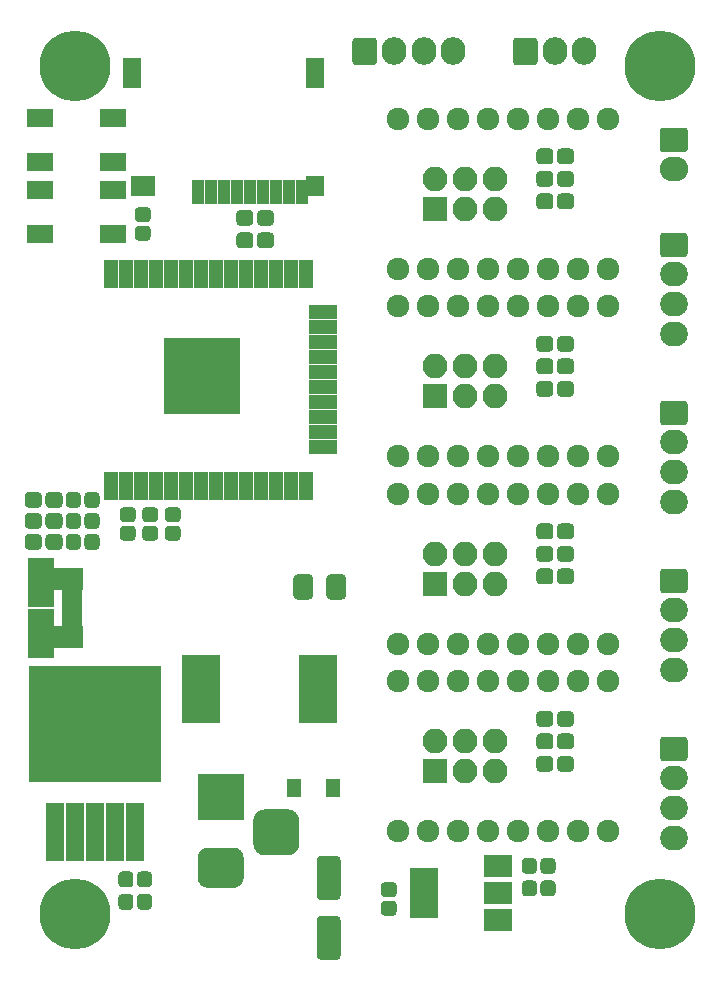
<source format=gbr>
G04 #@! TF.GenerationSoftware,KiCad,Pcbnew,5.1.6*
G04 #@! TF.CreationDate,2020-07-21T22:46:31+02:00*
G04 #@! TF.ProjectId,esp32_stepper_driver,65737033-325f-4737-9465-707065725f64,rev?*
G04 #@! TF.SameCoordinates,Original*
G04 #@! TF.FileFunction,Soldermask,Top*
G04 #@! TF.FilePolarity,Negative*
%FSLAX46Y46*%
G04 Gerber Fmt 4.6, Leading zero omitted, Abs format (unit mm)*
G04 Created by KiCad (PCBNEW 5.1.6) date 2020-07-21 22:46:31*
%MOMM*%
%LPD*%
G01*
G04 APERTURE LIST*
%ADD10R,1.100000X2.000000*%
%ADD11R,1.600000X1.800000*%
%ADD12R,2.000000X1.800000*%
%ADD13R,1.600000X2.600000*%
%ADD14O,2.100000X2.100000*%
%ADD15R,2.100000X2.100000*%
%ADD16O,2.350000X2.100000*%
%ADD17R,11.200000X9.800000*%
%ADD18R,1.500000X5.000000*%
%ADD19R,2.400000X1.900000*%
%ADD20R,2.400000X4.200000*%
%ADD21R,2.200000X1.500000*%
%ADD22C,6.000000*%
%ADD23R,6.400000X6.400000*%
%ADD24R,2.400000X1.300000*%
%ADD25R,1.300000X2.400000*%
%ADD26R,3.300000X5.800000*%
%ADD27O,2.400000X2.100000*%
%ADD28O,2.100000X2.350000*%
%ADD29R,3.900000X3.900000*%
%ADD30R,2.300000X1.575000*%
%ADD31R,2.300000X2.775000*%
%ADD32R,2.500000X1.875000*%
%ADD33R,1.780000X0.850000*%
%ADD34R,1.300000X1.600000*%
%ADD35C,1.924000*%
G04 APERTURE END LIST*
D10*
X152908000Y-84922000D03*
X151808000Y-84922000D03*
X150708000Y-84922000D03*
X154008000Y-84922000D03*
X155108000Y-84922000D03*
X156208000Y-84922000D03*
X158408000Y-84922000D03*
X157308000Y-84922000D03*
X159508000Y-84922000D03*
D11*
X160658000Y-84422000D03*
D12*
X146058000Y-84422000D03*
D13*
X160658000Y-74822000D03*
X145158000Y-74822000D03*
D14*
X175895000Y-83820000D03*
X175895000Y-86360000D03*
X173355000Y-83820000D03*
X173355000Y-86360000D03*
X170815000Y-83820000D03*
D15*
X170815000Y-86360000D03*
D14*
X175895000Y-99695000D03*
X175895000Y-102235000D03*
X173355000Y-99695000D03*
X173355000Y-102235000D03*
X170815000Y-99695000D03*
D15*
X170815000Y-102235000D03*
D14*
X175895000Y-115570000D03*
X175895000Y-118110000D03*
X173355000Y-115570000D03*
X173355000Y-118110000D03*
X170815000Y-115570000D03*
D15*
X170815000Y-118110000D03*
D14*
X175895000Y-131445000D03*
X175895000Y-133985000D03*
X173355000Y-131445000D03*
X173355000Y-133985000D03*
X170815000Y-131445000D03*
D15*
X170815000Y-133985000D03*
D16*
X191008000Y-96908000D03*
X191008000Y-94408000D03*
X191008000Y-91908000D03*
G36*
G01*
X190141823Y-88358000D02*
X191874177Y-88358000D01*
G75*
G02*
X192183000Y-88666823I0J-308823D01*
G01*
X192183000Y-90149177D01*
G75*
G02*
X191874177Y-90458000I-308823J0D01*
G01*
X190141823Y-90458000D01*
G75*
G02*
X189833000Y-90149177I0J308823D01*
G01*
X189833000Y-88666823D01*
G75*
G02*
X190141823Y-88358000I308823J0D01*
G01*
G37*
X191008000Y-125356000D03*
X191008000Y-122856000D03*
X191008000Y-120356000D03*
G36*
G01*
X190141823Y-116806000D02*
X191874177Y-116806000D01*
G75*
G02*
X192183000Y-117114823I0J-308823D01*
G01*
X192183000Y-118597177D01*
G75*
G02*
X191874177Y-118906000I-308823J0D01*
G01*
X190141823Y-118906000D01*
G75*
G02*
X189833000Y-118597177I0J308823D01*
G01*
X189833000Y-117114823D01*
G75*
G02*
X190141823Y-116806000I308823J0D01*
G01*
G37*
D17*
X141986000Y-129975000D03*
D18*
X145386000Y-139125000D03*
X143686000Y-139125000D03*
X141986000Y-139125000D03*
X140286000Y-139125000D03*
X138586000Y-139125000D03*
D19*
X176124000Y-146572000D03*
X176124000Y-141972000D03*
X176124000Y-144272000D03*
D20*
X169824000Y-144272000D03*
D21*
X143562000Y-88464000D03*
X137362000Y-88464000D03*
X143562000Y-84764000D03*
X137362000Y-84764000D03*
X143562000Y-82368000D03*
X137362000Y-82368000D03*
X143562000Y-78668000D03*
X137362000Y-78668000D03*
G36*
G01*
X181125000Y-86062500D02*
X181125000Y-85387500D01*
G75*
G02*
X181462500Y-85050000I337500J0D01*
G01*
X182237500Y-85050000D01*
G75*
G02*
X182575000Y-85387500I0J-337500D01*
G01*
X182575000Y-86062500D01*
G75*
G02*
X182237500Y-86400000I-337500J0D01*
G01*
X181462500Y-86400000D01*
G75*
G02*
X181125000Y-86062500I0J337500D01*
G01*
G37*
G36*
G01*
X179375000Y-86062500D02*
X179375000Y-85387500D01*
G75*
G02*
X179712500Y-85050000I337500J0D01*
G01*
X180487500Y-85050000D01*
G75*
G02*
X180825000Y-85387500I0J-337500D01*
G01*
X180825000Y-86062500D01*
G75*
G02*
X180487500Y-86400000I-337500J0D01*
G01*
X179712500Y-86400000D01*
G75*
G02*
X179375000Y-86062500I0J337500D01*
G01*
G37*
G36*
G01*
X155725000Y-87459500D02*
X155725000Y-86784500D01*
G75*
G02*
X156062500Y-86447000I337500J0D01*
G01*
X156837500Y-86447000D01*
G75*
G02*
X157175000Y-86784500I0J-337500D01*
G01*
X157175000Y-87459500D01*
G75*
G02*
X156837500Y-87797000I-337500J0D01*
G01*
X156062500Y-87797000D01*
G75*
G02*
X155725000Y-87459500I0J337500D01*
G01*
G37*
G36*
G01*
X153975000Y-87459500D02*
X153975000Y-86784500D01*
G75*
G02*
X154312500Y-86447000I337500J0D01*
G01*
X155087500Y-86447000D01*
G75*
G02*
X155425000Y-86784500I0J-337500D01*
G01*
X155425000Y-87459500D01*
G75*
G02*
X155087500Y-87797000I-337500J0D01*
G01*
X154312500Y-87797000D01*
G75*
G02*
X153975000Y-87459500I0J337500D01*
G01*
G37*
G36*
G01*
X181125000Y-84157500D02*
X181125000Y-83482500D01*
G75*
G02*
X181462500Y-83145000I337500J0D01*
G01*
X182237500Y-83145000D01*
G75*
G02*
X182575000Y-83482500I0J-337500D01*
G01*
X182575000Y-84157500D01*
G75*
G02*
X182237500Y-84495000I-337500J0D01*
G01*
X181462500Y-84495000D01*
G75*
G02*
X181125000Y-84157500I0J337500D01*
G01*
G37*
G36*
G01*
X179375000Y-84157500D02*
X179375000Y-83482500D01*
G75*
G02*
X179712500Y-83145000I337500J0D01*
G01*
X180487500Y-83145000D01*
G75*
G02*
X180825000Y-83482500I0J-337500D01*
G01*
X180825000Y-84157500D01*
G75*
G02*
X180487500Y-84495000I-337500J0D01*
G01*
X179712500Y-84495000D01*
G75*
G02*
X179375000Y-84157500I0J337500D01*
G01*
G37*
G36*
G01*
X181125000Y-101937500D02*
X181125000Y-101262500D01*
G75*
G02*
X181462500Y-100925000I337500J0D01*
G01*
X182237500Y-100925000D01*
G75*
G02*
X182575000Y-101262500I0J-337500D01*
G01*
X182575000Y-101937500D01*
G75*
G02*
X182237500Y-102275000I-337500J0D01*
G01*
X181462500Y-102275000D01*
G75*
G02*
X181125000Y-101937500I0J337500D01*
G01*
G37*
G36*
G01*
X179375000Y-101937500D02*
X179375000Y-101262500D01*
G75*
G02*
X179712500Y-100925000I337500J0D01*
G01*
X180487500Y-100925000D01*
G75*
G02*
X180825000Y-101262500I0J-337500D01*
G01*
X180825000Y-101937500D01*
G75*
G02*
X180487500Y-102275000I-337500J0D01*
G01*
X179712500Y-102275000D01*
G75*
G02*
X179375000Y-101937500I0J337500D01*
G01*
G37*
G36*
G01*
X181125000Y-98127500D02*
X181125000Y-97452500D01*
G75*
G02*
X181462500Y-97115000I337500J0D01*
G01*
X182237500Y-97115000D01*
G75*
G02*
X182575000Y-97452500I0J-337500D01*
G01*
X182575000Y-98127500D01*
G75*
G02*
X182237500Y-98465000I-337500J0D01*
G01*
X181462500Y-98465000D01*
G75*
G02*
X181125000Y-98127500I0J337500D01*
G01*
G37*
G36*
G01*
X179375000Y-98127500D02*
X179375000Y-97452500D01*
G75*
G02*
X179712500Y-97115000I337500J0D01*
G01*
X180487500Y-97115000D01*
G75*
G02*
X180825000Y-97452500I0J-337500D01*
G01*
X180825000Y-98127500D01*
G75*
G02*
X180487500Y-98465000I-337500J0D01*
G01*
X179712500Y-98465000D01*
G75*
G02*
X179375000Y-98127500I0J337500D01*
G01*
G37*
G36*
G01*
X140820000Y-114197750D02*
X140820000Y-114910250D01*
G75*
G02*
X140501250Y-115229000I-318750J0D01*
G01*
X139863750Y-115229000D01*
G75*
G02*
X139545000Y-114910250I0J318750D01*
G01*
X139545000Y-114197750D01*
G75*
G02*
X139863750Y-113879000I318750J0D01*
G01*
X140501250Y-113879000D01*
G75*
G02*
X140820000Y-114197750I0J-318750D01*
G01*
G37*
G36*
G01*
X142395000Y-114197750D02*
X142395000Y-114910250D01*
G75*
G02*
X142076250Y-115229000I-318750J0D01*
G01*
X141438750Y-115229000D01*
G75*
G02*
X141120000Y-114910250I0J318750D01*
G01*
X141120000Y-114197750D01*
G75*
G02*
X141438750Y-113879000I318750J0D01*
G01*
X142076250Y-113879000D01*
G75*
G02*
X142395000Y-114197750I0J-318750D01*
G01*
G37*
G36*
G01*
X145693750Y-87780000D02*
X146406250Y-87780000D01*
G75*
G02*
X146725000Y-88098750I0J-318750D01*
G01*
X146725000Y-88736250D01*
G75*
G02*
X146406250Y-89055000I-318750J0D01*
G01*
X145693750Y-89055000D01*
G75*
G02*
X145375000Y-88736250I0J318750D01*
G01*
X145375000Y-88098750D01*
G75*
G02*
X145693750Y-87780000I318750J0D01*
G01*
G37*
G36*
G01*
X145693750Y-86205000D02*
X146406250Y-86205000D01*
G75*
G02*
X146725000Y-86523750I0J-318750D01*
G01*
X146725000Y-87161250D01*
G75*
G02*
X146406250Y-87480000I-318750J0D01*
G01*
X145693750Y-87480000D01*
G75*
G02*
X145375000Y-87161250I0J318750D01*
G01*
X145375000Y-86523750D01*
G75*
G02*
X145693750Y-86205000I318750J0D01*
G01*
G37*
G36*
G01*
X140820000Y-112419750D02*
X140820000Y-113132250D01*
G75*
G02*
X140501250Y-113451000I-318750J0D01*
G01*
X139863750Y-113451000D01*
G75*
G02*
X139545000Y-113132250I0J318750D01*
G01*
X139545000Y-112419750D01*
G75*
G02*
X139863750Y-112101000I318750J0D01*
G01*
X140501250Y-112101000D01*
G75*
G02*
X140820000Y-112419750I0J-318750D01*
G01*
G37*
G36*
G01*
X142395000Y-112419750D02*
X142395000Y-113132250D01*
G75*
G02*
X142076250Y-113451000I-318750J0D01*
G01*
X141438750Y-113451000D01*
G75*
G02*
X141120000Y-113132250I0J318750D01*
G01*
X141120000Y-112419750D01*
G75*
G02*
X141438750Y-112101000I318750J0D01*
G01*
X142076250Y-112101000D01*
G75*
G02*
X142395000Y-112419750I0J-318750D01*
G01*
G37*
G36*
G01*
X141120000Y-111354250D02*
X141120000Y-110641750D01*
G75*
G02*
X141438750Y-110323000I318750J0D01*
G01*
X142076250Y-110323000D01*
G75*
G02*
X142395000Y-110641750I0J-318750D01*
G01*
X142395000Y-111354250D01*
G75*
G02*
X142076250Y-111673000I-318750J0D01*
G01*
X141438750Y-111673000D01*
G75*
G02*
X141120000Y-111354250I0J318750D01*
G01*
G37*
G36*
G01*
X139545000Y-111354250D02*
X139545000Y-110641750D01*
G75*
G02*
X139863750Y-110323000I318750J0D01*
G01*
X140501250Y-110323000D01*
G75*
G02*
X140820000Y-110641750I0J-318750D01*
G01*
X140820000Y-111354250D01*
G75*
G02*
X140501250Y-111673000I-318750J0D01*
G01*
X139863750Y-111673000D01*
G75*
G02*
X139545000Y-111354250I0J318750D01*
G01*
G37*
G36*
G01*
X181125000Y-133687500D02*
X181125000Y-133012500D01*
G75*
G02*
X181462500Y-132675000I337500J0D01*
G01*
X182237500Y-132675000D01*
G75*
G02*
X182575000Y-133012500I0J-337500D01*
G01*
X182575000Y-133687500D01*
G75*
G02*
X182237500Y-134025000I-337500J0D01*
G01*
X181462500Y-134025000D01*
G75*
G02*
X181125000Y-133687500I0J337500D01*
G01*
G37*
G36*
G01*
X179375000Y-133687500D02*
X179375000Y-133012500D01*
G75*
G02*
X179712500Y-132675000I337500J0D01*
G01*
X180487500Y-132675000D01*
G75*
G02*
X180825000Y-133012500I0J-337500D01*
G01*
X180825000Y-133687500D01*
G75*
G02*
X180487500Y-134025000I-337500J0D01*
G01*
X179712500Y-134025000D01*
G75*
G02*
X179375000Y-133687500I0J337500D01*
G01*
G37*
G36*
G01*
X181125000Y-131782500D02*
X181125000Y-131107500D01*
G75*
G02*
X181462500Y-130770000I337500J0D01*
G01*
X182237500Y-130770000D01*
G75*
G02*
X182575000Y-131107500I0J-337500D01*
G01*
X182575000Y-131782500D01*
G75*
G02*
X182237500Y-132120000I-337500J0D01*
G01*
X181462500Y-132120000D01*
G75*
G02*
X181125000Y-131782500I0J337500D01*
G01*
G37*
G36*
G01*
X179375000Y-131782500D02*
X179375000Y-131107500D01*
G75*
G02*
X179712500Y-130770000I337500J0D01*
G01*
X180487500Y-130770000D01*
G75*
G02*
X180825000Y-131107500I0J-337500D01*
G01*
X180825000Y-131782500D01*
G75*
G02*
X180487500Y-132120000I-337500J0D01*
G01*
X179712500Y-132120000D01*
G75*
G02*
X179375000Y-131782500I0J337500D01*
G01*
G37*
D22*
X189865000Y-146050000D03*
X140335000Y-146050000D03*
X189865000Y-74295000D03*
X140335000Y-74295000D03*
D23*
X151040000Y-100538000D03*
D24*
X161340000Y-95123000D03*
X161340000Y-96393000D03*
X161340000Y-97663000D03*
X161340000Y-98933000D03*
X161340000Y-100203000D03*
X161340000Y-101473000D03*
X161340000Y-102743000D03*
X161340000Y-104013000D03*
X161340000Y-105268000D03*
X161340000Y-106553000D03*
D25*
X144610000Y-91838000D03*
X145880000Y-91838000D03*
X147150000Y-91838000D03*
X148420000Y-91838000D03*
X149690000Y-91838000D03*
X150960000Y-91838000D03*
X152230000Y-91838000D03*
X153500000Y-91838000D03*
X154770000Y-91838000D03*
X156040000Y-91838000D03*
X157310000Y-91838000D03*
X158580000Y-91838000D03*
X159850000Y-91838000D03*
X143340000Y-91838000D03*
X159850000Y-109838000D03*
X158580000Y-109838000D03*
X157310000Y-109838000D03*
X156040000Y-109838000D03*
X154770000Y-109838000D03*
X153500000Y-109838000D03*
X152230000Y-109838000D03*
X150960000Y-109838000D03*
X149690000Y-109838000D03*
X148420000Y-109838000D03*
X147150000Y-109838000D03*
X145880000Y-109838000D03*
X144610000Y-109838000D03*
X143340000Y-109838000D03*
D26*
X160906000Y-127000000D03*
X151006000Y-127000000D03*
D16*
X191008000Y-111132000D03*
X191008000Y-108632000D03*
X191008000Y-106132000D03*
G36*
G01*
X190141823Y-102582000D02*
X191874177Y-102582000D01*
G75*
G02*
X192183000Y-102890823I0J-308823D01*
G01*
X192183000Y-104373177D01*
G75*
G02*
X191874177Y-104682000I-308823J0D01*
G01*
X190141823Y-104682000D01*
G75*
G02*
X189833000Y-104373177I0J308823D01*
G01*
X189833000Y-102890823D01*
G75*
G02*
X190141823Y-102582000I308823J0D01*
G01*
G37*
D27*
X191008000Y-83018000D03*
G36*
G01*
X190116823Y-79468000D02*
X191899177Y-79468000D01*
G75*
G02*
X192208000Y-79776823I0J-308823D01*
G01*
X192208000Y-81259177D01*
G75*
G02*
X191899177Y-81568000I-308823J0D01*
G01*
X190116823Y-81568000D01*
G75*
G02*
X189808000Y-81259177I0J308823D01*
G01*
X189808000Y-79776823D01*
G75*
G02*
X190116823Y-79468000I308823J0D01*
G01*
G37*
D28*
X183435000Y-73025000D03*
X180935000Y-73025000D03*
G36*
G01*
X177385000Y-73891177D02*
X177385000Y-72158823D01*
G75*
G02*
X177693823Y-71850000I308823J0D01*
G01*
X179176177Y-71850000D01*
G75*
G02*
X179485000Y-72158823I0J-308823D01*
G01*
X179485000Y-73891177D01*
G75*
G02*
X179176177Y-74200000I-308823J0D01*
G01*
X177693823Y-74200000D01*
G75*
G02*
X177385000Y-73891177I0J308823D01*
G01*
G37*
X172346000Y-73025000D03*
X169846000Y-73025000D03*
X167346000Y-73025000D03*
G36*
G01*
X163796000Y-73891177D02*
X163796000Y-72158823D01*
G75*
G02*
X164104823Y-71850000I308823J0D01*
G01*
X165587177Y-71850000D01*
G75*
G02*
X165896000Y-72158823I0J-308823D01*
G01*
X165896000Y-73891177D01*
G75*
G02*
X165587177Y-74200000I-308823J0D01*
G01*
X164104823Y-74200000D01*
G75*
G02*
X163796000Y-73891177I0J308823D01*
G01*
G37*
D16*
X191008000Y-139580000D03*
X191008000Y-137080000D03*
X191008000Y-134580000D03*
G36*
G01*
X190141823Y-131030000D02*
X191874177Y-131030000D01*
G75*
G02*
X192183000Y-131338823I0J-308823D01*
G01*
X192183000Y-132821177D01*
G75*
G02*
X191874177Y-133130000I-308823J0D01*
G01*
X190141823Y-133130000D01*
G75*
G02*
X189833000Y-132821177I0J308823D01*
G01*
X189833000Y-131338823D01*
G75*
G02*
X190141823Y-131030000I308823J0D01*
G01*
G37*
G36*
G01*
X158329000Y-141094000D02*
X156379000Y-141094000D01*
G75*
G02*
X155404000Y-140119000I0J975000D01*
G01*
X155404000Y-138169000D01*
G75*
G02*
X156379000Y-137194000I975000J0D01*
G01*
X158329000Y-137194000D01*
G75*
G02*
X159304000Y-138169000I0J-975000D01*
G01*
X159304000Y-140119000D01*
G75*
G02*
X158329000Y-141094000I-975000J0D01*
G01*
G37*
G36*
G01*
X153754000Y-143844000D02*
X151554000Y-143844000D01*
G75*
G02*
X150704000Y-142994000I0J850000D01*
G01*
X150704000Y-141294000D01*
G75*
G02*
X151554000Y-140444000I850000J0D01*
G01*
X153754000Y-140444000D01*
G75*
G02*
X154604000Y-141294000I0J-850000D01*
G01*
X154604000Y-142994000D01*
G75*
G02*
X153754000Y-143844000I-850000J0D01*
G01*
G37*
D29*
X152654000Y-136144000D03*
D30*
X137400000Y-120982000D03*
X137400000Y-119302000D03*
D31*
X137400000Y-123052000D03*
X137400000Y-117232000D03*
D32*
X139700000Y-122604500D03*
X139700000Y-117679500D03*
D33*
X140060000Y-121442000D03*
X140060000Y-120792000D03*
X140060000Y-120142000D03*
X140060000Y-119492000D03*
X140060000Y-118842000D03*
D34*
X162178000Y-135382000D03*
X158878000Y-135382000D03*
G36*
G01*
X137818000Y-114891500D02*
X137818000Y-114216500D01*
G75*
G02*
X138155500Y-113879000I337500J0D01*
G01*
X138930500Y-113879000D01*
G75*
G02*
X139268000Y-114216500I0J-337500D01*
G01*
X139268000Y-114891500D01*
G75*
G02*
X138930500Y-115229000I-337500J0D01*
G01*
X138155500Y-115229000D01*
G75*
G02*
X137818000Y-114891500I0J337500D01*
G01*
G37*
G36*
G01*
X136068000Y-114891500D02*
X136068000Y-114216500D01*
G75*
G02*
X136405500Y-113879000I337500J0D01*
G01*
X137180500Y-113879000D01*
G75*
G02*
X137518000Y-114216500I0J-337500D01*
G01*
X137518000Y-114891500D01*
G75*
G02*
X137180500Y-115229000I-337500J0D01*
G01*
X136405500Y-115229000D01*
G75*
G02*
X136068000Y-114891500I0J337500D01*
G01*
G37*
G36*
G01*
X137518000Y-112438500D02*
X137518000Y-113113500D01*
G75*
G02*
X137180500Y-113451000I-337500J0D01*
G01*
X136405500Y-113451000D01*
G75*
G02*
X136068000Y-113113500I0J337500D01*
G01*
X136068000Y-112438500D01*
G75*
G02*
X136405500Y-112101000I337500J0D01*
G01*
X137180500Y-112101000D01*
G75*
G02*
X137518000Y-112438500I0J-337500D01*
G01*
G37*
G36*
G01*
X139268000Y-112438500D02*
X139268000Y-113113500D01*
G75*
G02*
X138930500Y-113451000I-337500J0D01*
G01*
X138155500Y-113451000D01*
G75*
G02*
X137818000Y-113113500I0J337500D01*
G01*
X137818000Y-112438500D01*
G75*
G02*
X138155500Y-112101000I337500J0D01*
G01*
X138930500Y-112101000D01*
G75*
G02*
X139268000Y-112438500I0J-337500D01*
G01*
G37*
G36*
G01*
X137518000Y-110660500D02*
X137518000Y-111335500D01*
G75*
G02*
X137180500Y-111673000I-337500J0D01*
G01*
X136405500Y-111673000D01*
G75*
G02*
X136068000Y-111335500I0J337500D01*
G01*
X136068000Y-110660500D01*
G75*
G02*
X136405500Y-110323000I337500J0D01*
G01*
X137180500Y-110323000D01*
G75*
G02*
X137518000Y-110660500I0J-337500D01*
G01*
G37*
G36*
G01*
X139268000Y-110660500D02*
X139268000Y-111335500D01*
G75*
G02*
X138930500Y-111673000I-337500J0D01*
G01*
X138155500Y-111673000D01*
G75*
G02*
X137818000Y-111335500I0J337500D01*
G01*
X137818000Y-110660500D01*
G75*
G02*
X138155500Y-110323000I337500J0D01*
G01*
X138930500Y-110323000D01*
G75*
G02*
X139268000Y-110660500I0J-337500D01*
G01*
G37*
G36*
G01*
X161110500Y-146217000D02*
X162485500Y-146217000D01*
G75*
G02*
X162798000Y-146529500I0J-312500D01*
G01*
X162798000Y-149629500D01*
G75*
G02*
X162485500Y-149942000I-312500J0D01*
G01*
X161110500Y-149942000D01*
G75*
G02*
X160798000Y-149629500I0J312500D01*
G01*
X160798000Y-146529500D01*
G75*
G02*
X161110500Y-146217000I312500J0D01*
G01*
G37*
G36*
G01*
X161110500Y-141142000D02*
X162485500Y-141142000D01*
G75*
G02*
X162798000Y-141454500I0J-312500D01*
G01*
X162798000Y-144554500D01*
G75*
G02*
X162485500Y-144867000I-312500J0D01*
G01*
X161110500Y-144867000D01*
G75*
G02*
X160798000Y-144554500I0J312500D01*
G01*
X160798000Y-141454500D01*
G75*
G02*
X161110500Y-141142000I312500J0D01*
G01*
G37*
G36*
G01*
X166521750Y-144930000D02*
X167234250Y-144930000D01*
G75*
G02*
X167553000Y-145248750I0J-318750D01*
G01*
X167553000Y-145886250D01*
G75*
G02*
X167234250Y-146205000I-318750J0D01*
G01*
X166521750Y-146205000D01*
G75*
G02*
X166203000Y-145886250I0J318750D01*
G01*
X166203000Y-145248750D01*
G75*
G02*
X166521750Y-144930000I318750J0D01*
G01*
G37*
G36*
G01*
X166521750Y-143355000D02*
X167234250Y-143355000D01*
G75*
G02*
X167553000Y-143673750I0J-318750D01*
G01*
X167553000Y-144311250D01*
G75*
G02*
X167234250Y-144630000I-318750J0D01*
G01*
X166521750Y-144630000D01*
G75*
G02*
X166203000Y-144311250I0J318750D01*
G01*
X166203000Y-143673750D01*
G75*
G02*
X166521750Y-143355000I318750J0D01*
G01*
G37*
G36*
G01*
X145565000Y-145390250D02*
X145565000Y-144677750D01*
G75*
G02*
X145883750Y-144359000I318750J0D01*
G01*
X146521250Y-144359000D01*
G75*
G02*
X146840000Y-144677750I0J-318750D01*
G01*
X146840000Y-145390250D01*
G75*
G02*
X146521250Y-145709000I-318750J0D01*
G01*
X145883750Y-145709000D01*
G75*
G02*
X145565000Y-145390250I0J318750D01*
G01*
G37*
G36*
G01*
X143990000Y-145390250D02*
X143990000Y-144677750D01*
G75*
G02*
X144308750Y-144359000I318750J0D01*
G01*
X144946250Y-144359000D01*
G75*
G02*
X145265000Y-144677750I0J-318750D01*
G01*
X145265000Y-145390250D01*
G75*
G02*
X144946250Y-145709000I-318750J0D01*
G01*
X144308750Y-145709000D01*
G75*
G02*
X143990000Y-145390250I0J318750D01*
G01*
G37*
G36*
G01*
X145565000Y-143485250D02*
X145565000Y-142772750D01*
G75*
G02*
X145883750Y-142454000I318750J0D01*
G01*
X146521250Y-142454000D01*
G75*
G02*
X146840000Y-142772750I0J-318750D01*
G01*
X146840000Y-143485250D01*
G75*
G02*
X146521250Y-143804000I-318750J0D01*
G01*
X145883750Y-143804000D01*
G75*
G02*
X145565000Y-143485250I0J318750D01*
G01*
G37*
G36*
G01*
X143990000Y-143485250D02*
X143990000Y-142772750D01*
G75*
G02*
X144308750Y-142454000I318750J0D01*
G01*
X144946250Y-142454000D01*
G75*
G02*
X145265000Y-142772750I0J-318750D01*
G01*
X145265000Y-143485250D01*
G75*
G02*
X144946250Y-143804000I-318750J0D01*
G01*
X144308750Y-143804000D01*
G75*
G02*
X143990000Y-143485250I0J318750D01*
G01*
G37*
G36*
G01*
X155725000Y-89364500D02*
X155725000Y-88689500D01*
G75*
G02*
X156062500Y-88352000I337500J0D01*
G01*
X156837500Y-88352000D01*
G75*
G02*
X157175000Y-88689500I0J-337500D01*
G01*
X157175000Y-89364500D01*
G75*
G02*
X156837500Y-89702000I-337500J0D01*
G01*
X156062500Y-89702000D01*
G75*
G02*
X155725000Y-89364500I0J337500D01*
G01*
G37*
G36*
G01*
X153975000Y-89364500D02*
X153975000Y-88689500D01*
G75*
G02*
X154312500Y-88352000I337500J0D01*
G01*
X155087500Y-88352000D01*
G75*
G02*
X155425000Y-88689500I0J-337500D01*
G01*
X155425000Y-89364500D01*
G75*
G02*
X155087500Y-89702000I-337500J0D01*
G01*
X154312500Y-89702000D01*
G75*
G02*
X153975000Y-89364500I0J337500D01*
G01*
G37*
G36*
G01*
X148233750Y-113180000D02*
X148946250Y-113180000D01*
G75*
G02*
X149265000Y-113498750I0J-318750D01*
G01*
X149265000Y-114136250D01*
G75*
G02*
X148946250Y-114455000I-318750J0D01*
G01*
X148233750Y-114455000D01*
G75*
G02*
X147915000Y-114136250I0J318750D01*
G01*
X147915000Y-113498750D01*
G75*
G02*
X148233750Y-113180000I318750J0D01*
G01*
G37*
G36*
G01*
X148233750Y-111605000D02*
X148946250Y-111605000D01*
G75*
G02*
X149265000Y-111923750I0J-318750D01*
G01*
X149265000Y-112561250D01*
G75*
G02*
X148946250Y-112880000I-318750J0D01*
G01*
X148233750Y-112880000D01*
G75*
G02*
X147915000Y-112561250I0J318750D01*
G01*
X147915000Y-111923750D01*
G75*
G02*
X148233750Y-111605000I318750J0D01*
G01*
G37*
G36*
G01*
X146328750Y-113180000D02*
X147041250Y-113180000D01*
G75*
G02*
X147360000Y-113498750I0J-318750D01*
G01*
X147360000Y-114136250D01*
G75*
G02*
X147041250Y-114455000I-318750J0D01*
G01*
X146328750Y-114455000D01*
G75*
G02*
X146010000Y-114136250I0J318750D01*
G01*
X146010000Y-113498750D01*
G75*
G02*
X146328750Y-113180000I318750J0D01*
G01*
G37*
G36*
G01*
X146328750Y-111605000D02*
X147041250Y-111605000D01*
G75*
G02*
X147360000Y-111923750I0J-318750D01*
G01*
X147360000Y-112561250D01*
G75*
G02*
X147041250Y-112880000I-318750J0D01*
G01*
X146328750Y-112880000D01*
G75*
G02*
X146010000Y-112561250I0J318750D01*
G01*
X146010000Y-111923750D01*
G75*
G02*
X146328750Y-111605000I318750J0D01*
G01*
G37*
G36*
G01*
X144423750Y-113180000D02*
X145136250Y-113180000D01*
G75*
G02*
X145455000Y-113498750I0J-318750D01*
G01*
X145455000Y-114136250D01*
G75*
G02*
X145136250Y-114455000I-318750J0D01*
G01*
X144423750Y-114455000D01*
G75*
G02*
X144105000Y-114136250I0J318750D01*
G01*
X144105000Y-113498750D01*
G75*
G02*
X144423750Y-113180000I318750J0D01*
G01*
G37*
G36*
G01*
X144423750Y-111605000D02*
X145136250Y-111605000D01*
G75*
G02*
X145455000Y-111923750I0J-318750D01*
G01*
X145455000Y-112561250D01*
G75*
G02*
X145136250Y-112880000I-318750J0D01*
G01*
X144423750Y-112880000D01*
G75*
G02*
X144105000Y-112561250I0J318750D01*
G01*
X144105000Y-111923750D01*
G75*
G02*
X144423750Y-111605000I318750J0D01*
G01*
G37*
G36*
G01*
X161611000Y-119109000D02*
X161611000Y-117619000D01*
G75*
G02*
X161941000Y-117289000I330000J0D01*
G01*
X162931000Y-117289000D01*
G75*
G02*
X163261000Y-117619000I0J-330000D01*
G01*
X163261000Y-119109000D01*
G75*
G02*
X162931000Y-119439000I-330000J0D01*
G01*
X161941000Y-119439000D01*
G75*
G02*
X161611000Y-119109000I0J330000D01*
G01*
G37*
G36*
G01*
X158811000Y-119109000D02*
X158811000Y-117619000D01*
G75*
G02*
X159141000Y-117289000I330000J0D01*
G01*
X160131000Y-117289000D01*
G75*
G02*
X160461000Y-117619000I0J-330000D01*
G01*
X160461000Y-119109000D01*
G75*
G02*
X160131000Y-119439000I-330000J0D01*
G01*
X159141000Y-119439000D01*
G75*
G02*
X158811000Y-119109000I0J330000D01*
G01*
G37*
G36*
G01*
X179728000Y-144247250D02*
X179728000Y-143534750D01*
G75*
G02*
X180046750Y-143216000I318750J0D01*
G01*
X180684250Y-143216000D01*
G75*
G02*
X181003000Y-143534750I0J-318750D01*
G01*
X181003000Y-144247250D01*
G75*
G02*
X180684250Y-144566000I-318750J0D01*
G01*
X180046750Y-144566000D01*
G75*
G02*
X179728000Y-144247250I0J318750D01*
G01*
G37*
G36*
G01*
X178153000Y-144247250D02*
X178153000Y-143534750D01*
G75*
G02*
X178471750Y-143216000I318750J0D01*
G01*
X179109250Y-143216000D01*
G75*
G02*
X179428000Y-143534750I0J-318750D01*
G01*
X179428000Y-144247250D01*
G75*
G02*
X179109250Y-144566000I-318750J0D01*
G01*
X178471750Y-144566000D01*
G75*
G02*
X178153000Y-144247250I0J318750D01*
G01*
G37*
G36*
G01*
X179728000Y-142342250D02*
X179728000Y-141629750D01*
G75*
G02*
X180046750Y-141311000I318750J0D01*
G01*
X180684250Y-141311000D01*
G75*
G02*
X181003000Y-141629750I0J-318750D01*
G01*
X181003000Y-142342250D01*
G75*
G02*
X180684250Y-142661000I-318750J0D01*
G01*
X180046750Y-142661000D01*
G75*
G02*
X179728000Y-142342250I0J318750D01*
G01*
G37*
G36*
G01*
X178153000Y-142342250D02*
X178153000Y-141629750D01*
G75*
G02*
X178471750Y-141311000I318750J0D01*
G01*
X179109250Y-141311000D01*
G75*
G02*
X179428000Y-141629750I0J-318750D01*
G01*
X179428000Y-142342250D01*
G75*
G02*
X179109250Y-142661000I-318750J0D01*
G01*
X178471750Y-142661000D01*
G75*
G02*
X178153000Y-142342250I0J318750D01*
G01*
G37*
D35*
X185420000Y-91440000D03*
X182880000Y-91440000D03*
X180340000Y-91440000D03*
X177800000Y-91440000D03*
X175260000Y-91440000D03*
X172720000Y-91440000D03*
X170180000Y-91440000D03*
X167640000Y-91440000D03*
X167640000Y-78740000D03*
X170180000Y-78740000D03*
X172720000Y-78740000D03*
X175260000Y-78740000D03*
X177800000Y-78740000D03*
X180340000Y-78740000D03*
X182880000Y-78740000D03*
X185420000Y-78740000D03*
X185420000Y-107315000D03*
X182880000Y-107315000D03*
X180340000Y-107315000D03*
X177800000Y-107315000D03*
X175260000Y-107315000D03*
X172720000Y-107315000D03*
X170180000Y-107315000D03*
X167640000Y-107315000D03*
X167640000Y-94615000D03*
X170180000Y-94615000D03*
X172720000Y-94615000D03*
X175260000Y-94615000D03*
X177800000Y-94615000D03*
X180340000Y-94615000D03*
X182880000Y-94615000D03*
X185420000Y-94615000D03*
X185420000Y-123190000D03*
X182880000Y-123190000D03*
X180340000Y-123190000D03*
X177800000Y-123190000D03*
X175260000Y-123190000D03*
X172720000Y-123190000D03*
X170180000Y-123190000D03*
X167640000Y-123190000D03*
X167640000Y-110490000D03*
X170180000Y-110490000D03*
X172720000Y-110490000D03*
X175260000Y-110490000D03*
X177800000Y-110490000D03*
X180340000Y-110490000D03*
X182880000Y-110490000D03*
X185420000Y-110490000D03*
X185420000Y-139065000D03*
X182880000Y-139065000D03*
X180340000Y-139065000D03*
X177800000Y-139065000D03*
X175260000Y-139065000D03*
X172720000Y-139065000D03*
X170180000Y-139065000D03*
X167640000Y-139065000D03*
X167640000Y-126365000D03*
X170180000Y-126365000D03*
X172720000Y-126365000D03*
X175260000Y-126365000D03*
X177800000Y-126365000D03*
X180340000Y-126365000D03*
X182880000Y-126365000D03*
X185420000Y-126365000D03*
G36*
G01*
X179375000Y-117812500D02*
X179375000Y-117137500D01*
G75*
G02*
X179712500Y-116800000I337500J0D01*
G01*
X180487500Y-116800000D01*
G75*
G02*
X180825000Y-117137500I0J-337500D01*
G01*
X180825000Y-117812500D01*
G75*
G02*
X180487500Y-118150000I-337500J0D01*
G01*
X179712500Y-118150000D01*
G75*
G02*
X179375000Y-117812500I0J337500D01*
G01*
G37*
G36*
G01*
X181125000Y-117812500D02*
X181125000Y-117137500D01*
G75*
G02*
X181462500Y-116800000I337500J0D01*
G01*
X182237500Y-116800000D01*
G75*
G02*
X182575000Y-117137500I0J-337500D01*
G01*
X182575000Y-117812500D01*
G75*
G02*
X182237500Y-118150000I-337500J0D01*
G01*
X181462500Y-118150000D01*
G75*
G02*
X181125000Y-117812500I0J337500D01*
G01*
G37*
G36*
G01*
X181125000Y-82252500D02*
X181125000Y-81577500D01*
G75*
G02*
X181462500Y-81240000I337500J0D01*
G01*
X182237500Y-81240000D01*
G75*
G02*
X182575000Y-81577500I0J-337500D01*
G01*
X182575000Y-82252500D01*
G75*
G02*
X182237500Y-82590000I-337500J0D01*
G01*
X181462500Y-82590000D01*
G75*
G02*
X181125000Y-82252500I0J337500D01*
G01*
G37*
G36*
G01*
X179375000Y-82252500D02*
X179375000Y-81577500D01*
G75*
G02*
X179712500Y-81240000I337500J0D01*
G01*
X180487500Y-81240000D01*
G75*
G02*
X180825000Y-81577500I0J-337500D01*
G01*
X180825000Y-82252500D01*
G75*
G02*
X180487500Y-82590000I-337500J0D01*
G01*
X179712500Y-82590000D01*
G75*
G02*
X179375000Y-82252500I0J337500D01*
G01*
G37*
G36*
G01*
X181125000Y-115907500D02*
X181125000Y-115232500D01*
G75*
G02*
X181462500Y-114895000I337500J0D01*
G01*
X182237500Y-114895000D01*
G75*
G02*
X182575000Y-115232500I0J-337500D01*
G01*
X182575000Y-115907500D01*
G75*
G02*
X182237500Y-116245000I-337500J0D01*
G01*
X181462500Y-116245000D01*
G75*
G02*
X181125000Y-115907500I0J337500D01*
G01*
G37*
G36*
G01*
X179375000Y-115907500D02*
X179375000Y-115232500D01*
G75*
G02*
X179712500Y-114895000I337500J0D01*
G01*
X180487500Y-114895000D01*
G75*
G02*
X180825000Y-115232500I0J-337500D01*
G01*
X180825000Y-115907500D01*
G75*
G02*
X180487500Y-116245000I-337500J0D01*
G01*
X179712500Y-116245000D01*
G75*
G02*
X179375000Y-115907500I0J337500D01*
G01*
G37*
G36*
G01*
X179375000Y-114002500D02*
X179375000Y-113327500D01*
G75*
G02*
X179712500Y-112990000I337500J0D01*
G01*
X180487500Y-112990000D01*
G75*
G02*
X180825000Y-113327500I0J-337500D01*
G01*
X180825000Y-114002500D01*
G75*
G02*
X180487500Y-114340000I-337500J0D01*
G01*
X179712500Y-114340000D01*
G75*
G02*
X179375000Y-114002500I0J337500D01*
G01*
G37*
G36*
G01*
X181125000Y-114002500D02*
X181125000Y-113327500D01*
G75*
G02*
X181462500Y-112990000I337500J0D01*
G01*
X182237500Y-112990000D01*
G75*
G02*
X182575000Y-113327500I0J-337500D01*
G01*
X182575000Y-114002500D01*
G75*
G02*
X182237500Y-114340000I-337500J0D01*
G01*
X181462500Y-114340000D01*
G75*
G02*
X181125000Y-114002500I0J337500D01*
G01*
G37*
G36*
G01*
X181125000Y-129877500D02*
X181125000Y-129202500D01*
G75*
G02*
X181462500Y-128865000I337500J0D01*
G01*
X182237500Y-128865000D01*
G75*
G02*
X182575000Y-129202500I0J-337500D01*
G01*
X182575000Y-129877500D01*
G75*
G02*
X182237500Y-130215000I-337500J0D01*
G01*
X181462500Y-130215000D01*
G75*
G02*
X181125000Y-129877500I0J337500D01*
G01*
G37*
G36*
G01*
X179375000Y-129877500D02*
X179375000Y-129202500D01*
G75*
G02*
X179712500Y-128865000I337500J0D01*
G01*
X180487500Y-128865000D01*
G75*
G02*
X180825000Y-129202500I0J-337500D01*
G01*
X180825000Y-129877500D01*
G75*
G02*
X180487500Y-130215000I-337500J0D01*
G01*
X179712500Y-130215000D01*
G75*
G02*
X179375000Y-129877500I0J337500D01*
G01*
G37*
G36*
G01*
X181125000Y-100032500D02*
X181125000Y-99357500D01*
G75*
G02*
X181462500Y-99020000I337500J0D01*
G01*
X182237500Y-99020000D01*
G75*
G02*
X182575000Y-99357500I0J-337500D01*
G01*
X182575000Y-100032500D01*
G75*
G02*
X182237500Y-100370000I-337500J0D01*
G01*
X181462500Y-100370000D01*
G75*
G02*
X181125000Y-100032500I0J337500D01*
G01*
G37*
G36*
G01*
X179375000Y-100032500D02*
X179375000Y-99357500D01*
G75*
G02*
X179712500Y-99020000I337500J0D01*
G01*
X180487500Y-99020000D01*
G75*
G02*
X180825000Y-99357500I0J-337500D01*
G01*
X180825000Y-100032500D01*
G75*
G02*
X180487500Y-100370000I-337500J0D01*
G01*
X179712500Y-100370000D01*
G75*
G02*
X179375000Y-100032500I0J337500D01*
G01*
G37*
M02*

</source>
